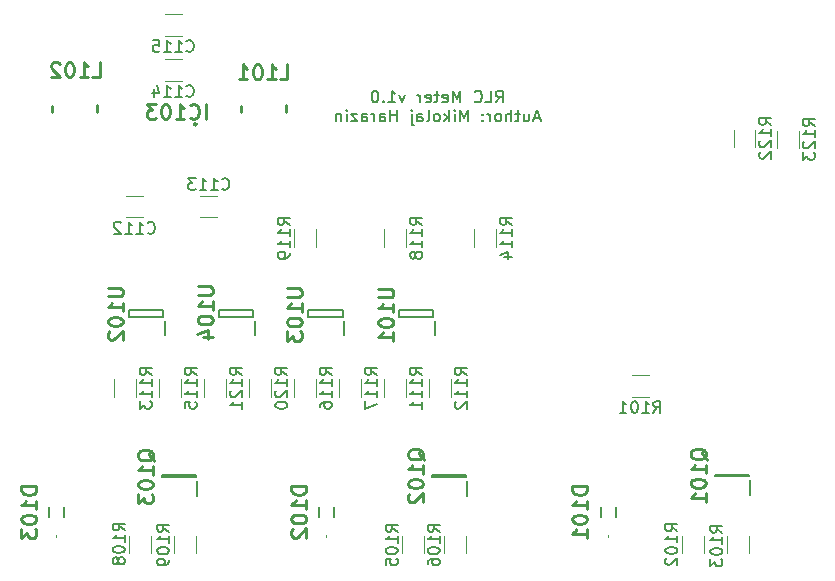
<source format=gbr>
%TF.GenerationSoftware,KiCad,Pcbnew,(6.0.7)*%
%TF.CreationDate,2023-04-05T20:56:44+02:00*%
%TF.ProjectId,rlc_meter,726c635f-6d65-4746-9572-2e6b69636164,rev?*%
%TF.SameCoordinates,Original*%
%TF.FileFunction,Legend,Bot*%
%TF.FilePolarity,Positive*%
%FSLAX46Y46*%
G04 Gerber Fmt 4.6, Leading zero omitted, Abs format (unit mm)*
G04 Created by KiCad (PCBNEW (6.0.7)) date 2023-04-05 20:56:44*
%MOMM*%
%LPD*%
G01*
G04 APERTURE LIST*
%ADD10C,0.150000*%
%ADD11C,0.254000*%
%ADD12C,0.250000*%
%ADD13C,0.200000*%
%ADD14C,0.100000*%
%ADD15C,0.120000*%
G04 APERTURE END LIST*
D10*
X143652380Y-100722380D02*
X143985714Y-100246190D01*
X144223809Y-100722380D02*
X144223809Y-99722380D01*
X143842857Y-99722380D01*
X143747619Y-99770000D01*
X143700000Y-99817619D01*
X143652380Y-99912857D01*
X143652380Y-100055714D01*
X143700000Y-100150952D01*
X143747619Y-100198571D01*
X143842857Y-100246190D01*
X144223809Y-100246190D01*
X142747619Y-100722380D02*
X143223809Y-100722380D01*
X143223809Y-99722380D01*
X141842857Y-100627142D02*
X141890476Y-100674761D01*
X142033333Y-100722380D01*
X142128571Y-100722380D01*
X142271428Y-100674761D01*
X142366666Y-100579523D01*
X142414285Y-100484285D01*
X142461904Y-100293809D01*
X142461904Y-100150952D01*
X142414285Y-99960476D01*
X142366666Y-99865238D01*
X142271428Y-99770000D01*
X142128571Y-99722380D01*
X142033333Y-99722380D01*
X141890476Y-99770000D01*
X141842857Y-99817619D01*
X140652380Y-100722380D02*
X140652380Y-99722380D01*
X140319047Y-100436666D01*
X139985714Y-99722380D01*
X139985714Y-100722380D01*
X139128571Y-100674761D02*
X139223809Y-100722380D01*
X139414285Y-100722380D01*
X139509523Y-100674761D01*
X139557142Y-100579523D01*
X139557142Y-100198571D01*
X139509523Y-100103333D01*
X139414285Y-100055714D01*
X139223809Y-100055714D01*
X139128571Y-100103333D01*
X139080952Y-100198571D01*
X139080952Y-100293809D01*
X139557142Y-100389047D01*
X138795238Y-100055714D02*
X138414285Y-100055714D01*
X138652380Y-99722380D02*
X138652380Y-100579523D01*
X138604761Y-100674761D01*
X138509523Y-100722380D01*
X138414285Y-100722380D01*
X137700000Y-100674761D02*
X137795238Y-100722380D01*
X137985714Y-100722380D01*
X138080952Y-100674761D01*
X138128571Y-100579523D01*
X138128571Y-100198571D01*
X138080952Y-100103333D01*
X137985714Y-100055714D01*
X137795238Y-100055714D01*
X137700000Y-100103333D01*
X137652380Y-100198571D01*
X137652380Y-100293809D01*
X138128571Y-100389047D01*
X137223809Y-100722380D02*
X137223809Y-100055714D01*
X137223809Y-100246190D02*
X137176190Y-100150952D01*
X137128571Y-100103333D01*
X137033333Y-100055714D01*
X136938095Y-100055714D01*
X135938095Y-100055714D02*
X135700000Y-100722380D01*
X135461904Y-100055714D01*
X134557142Y-100722380D02*
X135128571Y-100722380D01*
X134842857Y-100722380D02*
X134842857Y-99722380D01*
X134938095Y-99865238D01*
X135033333Y-99960476D01*
X135128571Y-100008095D01*
X134128571Y-100627142D02*
X134080952Y-100674761D01*
X134128571Y-100722380D01*
X134176190Y-100674761D01*
X134128571Y-100627142D01*
X134128571Y-100722380D01*
X133461904Y-99722380D02*
X133366666Y-99722380D01*
X133271428Y-99770000D01*
X133223809Y-99817619D01*
X133176190Y-99912857D01*
X133128571Y-100103333D01*
X133128571Y-100341428D01*
X133176190Y-100531904D01*
X133223809Y-100627142D01*
X133271428Y-100674761D01*
X133366666Y-100722380D01*
X133461904Y-100722380D01*
X133557142Y-100674761D01*
X133604761Y-100627142D01*
X133652380Y-100531904D01*
X133700000Y-100341428D01*
X133700000Y-100103333D01*
X133652380Y-99912857D01*
X133604761Y-99817619D01*
X133557142Y-99770000D01*
X133461904Y-99722380D01*
X147342857Y-102046666D02*
X146866666Y-102046666D01*
X147438095Y-102332380D02*
X147104761Y-101332380D01*
X146771428Y-102332380D01*
X146009523Y-101665714D02*
X146009523Y-102332380D01*
X146438095Y-101665714D02*
X146438095Y-102189523D01*
X146390476Y-102284761D01*
X146295238Y-102332380D01*
X146152380Y-102332380D01*
X146057142Y-102284761D01*
X146009523Y-102237142D01*
X145676190Y-101665714D02*
X145295238Y-101665714D01*
X145533333Y-101332380D02*
X145533333Y-102189523D01*
X145485714Y-102284761D01*
X145390476Y-102332380D01*
X145295238Y-102332380D01*
X144961904Y-102332380D02*
X144961904Y-101332380D01*
X144533333Y-102332380D02*
X144533333Y-101808571D01*
X144580952Y-101713333D01*
X144676190Y-101665714D01*
X144819047Y-101665714D01*
X144914285Y-101713333D01*
X144961904Y-101760952D01*
X143914285Y-102332380D02*
X144009523Y-102284761D01*
X144057142Y-102237142D01*
X144104761Y-102141904D01*
X144104761Y-101856190D01*
X144057142Y-101760952D01*
X144009523Y-101713333D01*
X143914285Y-101665714D01*
X143771428Y-101665714D01*
X143676190Y-101713333D01*
X143628571Y-101760952D01*
X143580952Y-101856190D01*
X143580952Y-102141904D01*
X143628571Y-102237142D01*
X143676190Y-102284761D01*
X143771428Y-102332380D01*
X143914285Y-102332380D01*
X143152380Y-102332380D02*
X143152380Y-101665714D01*
X143152380Y-101856190D02*
X143104761Y-101760952D01*
X143057142Y-101713333D01*
X142961904Y-101665714D01*
X142866666Y-101665714D01*
X142533333Y-102237142D02*
X142485714Y-102284761D01*
X142533333Y-102332380D01*
X142580952Y-102284761D01*
X142533333Y-102237142D01*
X142533333Y-102332380D01*
X142533333Y-101713333D02*
X142485714Y-101760952D01*
X142533333Y-101808571D01*
X142580952Y-101760952D01*
X142533333Y-101713333D01*
X142533333Y-101808571D01*
X141295238Y-102332380D02*
X141295238Y-101332380D01*
X140961904Y-102046666D01*
X140628571Y-101332380D01*
X140628571Y-102332380D01*
X140152380Y-102332380D02*
X140152380Y-101665714D01*
X140152380Y-101332380D02*
X140200000Y-101380000D01*
X140152380Y-101427619D01*
X140104761Y-101380000D01*
X140152380Y-101332380D01*
X140152380Y-101427619D01*
X139676190Y-102332380D02*
X139676190Y-101332380D01*
X139580952Y-101951428D02*
X139295238Y-102332380D01*
X139295238Y-101665714D02*
X139676190Y-102046666D01*
X138723809Y-102332380D02*
X138819047Y-102284761D01*
X138866666Y-102237142D01*
X138914285Y-102141904D01*
X138914285Y-101856190D01*
X138866666Y-101760952D01*
X138819047Y-101713333D01*
X138723809Y-101665714D01*
X138580952Y-101665714D01*
X138485714Y-101713333D01*
X138438095Y-101760952D01*
X138390476Y-101856190D01*
X138390476Y-102141904D01*
X138438095Y-102237142D01*
X138485714Y-102284761D01*
X138580952Y-102332380D01*
X138723809Y-102332380D01*
X137819047Y-102332380D02*
X137914285Y-102284761D01*
X137961904Y-102189523D01*
X137961904Y-101332380D01*
X137009523Y-102332380D02*
X137009523Y-101808571D01*
X137057142Y-101713333D01*
X137152380Y-101665714D01*
X137342857Y-101665714D01*
X137438095Y-101713333D01*
X137009523Y-102284761D02*
X137104761Y-102332380D01*
X137342857Y-102332380D01*
X137438095Y-102284761D01*
X137485714Y-102189523D01*
X137485714Y-102094285D01*
X137438095Y-101999047D01*
X137342857Y-101951428D01*
X137104761Y-101951428D01*
X137009523Y-101903809D01*
X136533333Y-101665714D02*
X136533333Y-102522857D01*
X136580952Y-102618095D01*
X136676190Y-102665714D01*
X136723809Y-102665714D01*
X136533333Y-101332380D02*
X136580952Y-101380000D01*
X136533333Y-101427619D01*
X136485714Y-101380000D01*
X136533333Y-101332380D01*
X136533333Y-101427619D01*
X135295238Y-102332380D02*
X135295238Y-101332380D01*
X135295238Y-101808571D02*
X134723809Y-101808571D01*
X134723809Y-102332380D02*
X134723809Y-101332380D01*
X133819047Y-102332380D02*
X133819047Y-101808571D01*
X133866666Y-101713333D01*
X133961904Y-101665714D01*
X134152380Y-101665714D01*
X134247619Y-101713333D01*
X133819047Y-102284761D02*
X133914285Y-102332380D01*
X134152380Y-102332380D01*
X134247619Y-102284761D01*
X134295238Y-102189523D01*
X134295238Y-102094285D01*
X134247619Y-101999047D01*
X134152380Y-101951428D01*
X133914285Y-101951428D01*
X133819047Y-101903809D01*
X133342857Y-102332380D02*
X133342857Y-101665714D01*
X133342857Y-101856190D02*
X133295238Y-101760952D01*
X133247619Y-101713333D01*
X133152380Y-101665714D01*
X133057142Y-101665714D01*
X132295238Y-102332380D02*
X132295238Y-101808571D01*
X132342857Y-101713333D01*
X132438095Y-101665714D01*
X132628571Y-101665714D01*
X132723809Y-101713333D01*
X132295238Y-102284761D02*
X132390476Y-102332380D01*
X132628571Y-102332380D01*
X132723809Y-102284761D01*
X132771428Y-102189523D01*
X132771428Y-102094285D01*
X132723809Y-101999047D01*
X132628571Y-101951428D01*
X132390476Y-101951428D01*
X132295238Y-101903809D01*
X131914285Y-101665714D02*
X131390476Y-101665714D01*
X131914285Y-102332380D01*
X131390476Y-102332380D01*
X131009523Y-102332380D02*
X131009523Y-101665714D01*
X131009523Y-101332380D02*
X131057142Y-101380000D01*
X131009523Y-101427619D01*
X130961904Y-101380000D01*
X131009523Y-101332380D01*
X131009523Y-101427619D01*
X130533333Y-101665714D02*
X130533333Y-102332380D01*
X130533333Y-101760952D02*
X130485714Y-101713333D01*
X130390476Y-101665714D01*
X130247619Y-101665714D01*
X130152380Y-101713333D01*
X130104761Y-101808571D01*
X130104761Y-102332380D01*
D11*
%TO.C,IC103*%
X119074285Y-102124523D02*
X119074285Y-100854523D01*
X117743809Y-102003571D02*
X117804285Y-102064047D01*
X117985714Y-102124523D01*
X118106666Y-102124523D01*
X118288095Y-102064047D01*
X118409047Y-101943095D01*
X118469523Y-101822142D01*
X118530000Y-101580238D01*
X118530000Y-101398809D01*
X118469523Y-101156904D01*
X118409047Y-101035952D01*
X118288095Y-100915000D01*
X118106666Y-100854523D01*
X117985714Y-100854523D01*
X117804285Y-100915000D01*
X117743809Y-100975476D01*
X116534285Y-102124523D02*
X117260000Y-102124523D01*
X116897142Y-102124523D02*
X116897142Y-100854523D01*
X117018095Y-101035952D01*
X117139047Y-101156904D01*
X117260000Y-101217380D01*
X115748095Y-100854523D02*
X115627142Y-100854523D01*
X115506190Y-100915000D01*
X115445714Y-100975476D01*
X115385238Y-101096428D01*
X115324761Y-101338333D01*
X115324761Y-101640714D01*
X115385238Y-101882619D01*
X115445714Y-102003571D01*
X115506190Y-102064047D01*
X115627142Y-102124523D01*
X115748095Y-102124523D01*
X115869047Y-102064047D01*
X115929523Y-102003571D01*
X115990000Y-101882619D01*
X116050476Y-101640714D01*
X116050476Y-101338333D01*
X115990000Y-101096428D01*
X115929523Y-100975476D01*
X115869047Y-100915000D01*
X115748095Y-100854523D01*
X114901428Y-100854523D02*
X114115238Y-100854523D01*
X114538571Y-101338333D01*
X114357142Y-101338333D01*
X114236190Y-101398809D01*
X114175714Y-101459285D01*
X114115238Y-101580238D01*
X114115238Y-101882619D01*
X114175714Y-102003571D01*
X114236190Y-102064047D01*
X114357142Y-102124523D01*
X114720000Y-102124523D01*
X114840952Y-102064047D01*
X114901428Y-102003571D01*
%TO.C,D103*%
X104749523Y-133228095D02*
X103479523Y-133228095D01*
X103479523Y-133530476D01*
X103540000Y-133711904D01*
X103660952Y-133832857D01*
X103781904Y-133893333D01*
X104023809Y-133953809D01*
X104205238Y-133953809D01*
X104447142Y-133893333D01*
X104568095Y-133832857D01*
X104689047Y-133711904D01*
X104749523Y-133530476D01*
X104749523Y-133228095D01*
X104749523Y-135163333D02*
X104749523Y-134437619D01*
X104749523Y-134800476D02*
X103479523Y-134800476D01*
X103660952Y-134679523D01*
X103781904Y-134558571D01*
X103842380Y-134437619D01*
X103479523Y-135949523D02*
X103479523Y-136070476D01*
X103540000Y-136191428D01*
X103600476Y-136251904D01*
X103721428Y-136312380D01*
X103963333Y-136372857D01*
X104265714Y-136372857D01*
X104507619Y-136312380D01*
X104628571Y-136251904D01*
X104689047Y-136191428D01*
X104749523Y-136070476D01*
X104749523Y-135949523D01*
X104689047Y-135828571D01*
X104628571Y-135768095D01*
X104507619Y-135707619D01*
X104265714Y-135647142D01*
X103963333Y-135647142D01*
X103721428Y-135707619D01*
X103600476Y-135768095D01*
X103540000Y-135828571D01*
X103479523Y-135949523D01*
X103479523Y-136796190D02*
X103479523Y-137582380D01*
X103963333Y-137159047D01*
X103963333Y-137340476D01*
X104023809Y-137461428D01*
X104084285Y-137521904D01*
X104205238Y-137582380D01*
X104507619Y-137582380D01*
X104628571Y-137521904D01*
X104689047Y-137461428D01*
X104749523Y-137340476D01*
X104749523Y-136977619D01*
X104689047Y-136856666D01*
X104628571Y-136796190D01*
%TO.C,D102*%
X127599523Y-133203095D02*
X126329523Y-133203095D01*
X126329523Y-133505476D01*
X126390000Y-133686904D01*
X126510952Y-133807857D01*
X126631904Y-133868333D01*
X126873809Y-133928809D01*
X127055238Y-133928809D01*
X127297142Y-133868333D01*
X127418095Y-133807857D01*
X127539047Y-133686904D01*
X127599523Y-133505476D01*
X127599523Y-133203095D01*
X127599523Y-135138333D02*
X127599523Y-134412619D01*
X127599523Y-134775476D02*
X126329523Y-134775476D01*
X126510952Y-134654523D01*
X126631904Y-134533571D01*
X126692380Y-134412619D01*
X126329523Y-135924523D02*
X126329523Y-136045476D01*
X126390000Y-136166428D01*
X126450476Y-136226904D01*
X126571428Y-136287380D01*
X126813333Y-136347857D01*
X127115714Y-136347857D01*
X127357619Y-136287380D01*
X127478571Y-136226904D01*
X127539047Y-136166428D01*
X127599523Y-136045476D01*
X127599523Y-135924523D01*
X127539047Y-135803571D01*
X127478571Y-135743095D01*
X127357619Y-135682619D01*
X127115714Y-135622142D01*
X126813333Y-135622142D01*
X126571428Y-135682619D01*
X126450476Y-135743095D01*
X126390000Y-135803571D01*
X126329523Y-135924523D01*
X126450476Y-136831666D02*
X126390000Y-136892142D01*
X126329523Y-137013095D01*
X126329523Y-137315476D01*
X126390000Y-137436428D01*
X126450476Y-137496904D01*
X126571428Y-137557380D01*
X126692380Y-137557380D01*
X126873809Y-137496904D01*
X127599523Y-136771190D01*
X127599523Y-137557380D01*
%TO.C,D101*%
X151374523Y-133235095D02*
X150104523Y-133235095D01*
X150104523Y-133537476D01*
X150165000Y-133718904D01*
X150285952Y-133839857D01*
X150406904Y-133900333D01*
X150648809Y-133960809D01*
X150830238Y-133960809D01*
X151072142Y-133900333D01*
X151193095Y-133839857D01*
X151314047Y-133718904D01*
X151374523Y-133537476D01*
X151374523Y-133235095D01*
X151374523Y-135170333D02*
X151374523Y-134444619D01*
X151374523Y-134807476D02*
X150104523Y-134807476D01*
X150285952Y-134686523D01*
X150406904Y-134565571D01*
X150467380Y-134444619D01*
X150104523Y-135956523D02*
X150104523Y-136077476D01*
X150165000Y-136198428D01*
X150225476Y-136258904D01*
X150346428Y-136319380D01*
X150588333Y-136379857D01*
X150890714Y-136379857D01*
X151132619Y-136319380D01*
X151253571Y-136258904D01*
X151314047Y-136198428D01*
X151374523Y-136077476D01*
X151374523Y-135956523D01*
X151314047Y-135835571D01*
X151253571Y-135775095D01*
X151132619Y-135714619D01*
X150890714Y-135654142D01*
X150588333Y-135654142D01*
X150346428Y-135714619D01*
X150225476Y-135775095D01*
X150165000Y-135835571D01*
X150104523Y-135956523D01*
X151374523Y-137589380D02*
X151374523Y-136863666D01*
X151374523Y-137226523D02*
X150104523Y-137226523D01*
X150285952Y-137105571D01*
X150406904Y-136984619D01*
X150467380Y-136863666D01*
D10*
%TO.C,R120*%
X125973880Y-123783952D02*
X125497690Y-123450619D01*
X125973880Y-123212523D02*
X124973880Y-123212523D01*
X124973880Y-123593476D01*
X125021500Y-123688714D01*
X125069119Y-123736333D01*
X125164357Y-123783952D01*
X125307214Y-123783952D01*
X125402452Y-123736333D01*
X125450071Y-123688714D01*
X125497690Y-123593476D01*
X125497690Y-123212523D01*
X125973880Y-124736333D02*
X125973880Y-124164904D01*
X125973880Y-124450619D02*
X124973880Y-124450619D01*
X125116738Y-124355380D01*
X125211976Y-124260142D01*
X125259595Y-124164904D01*
X125069119Y-125117285D02*
X125021500Y-125164904D01*
X124973880Y-125260142D01*
X124973880Y-125498238D01*
X125021500Y-125593476D01*
X125069119Y-125641095D01*
X125164357Y-125688714D01*
X125259595Y-125688714D01*
X125402452Y-125641095D01*
X125973880Y-125069666D01*
X125973880Y-125688714D01*
X124973880Y-126307761D02*
X124973880Y-126403000D01*
X125021500Y-126498238D01*
X125069119Y-126545857D01*
X125164357Y-126593476D01*
X125354833Y-126641095D01*
X125592928Y-126641095D01*
X125783404Y-126593476D01*
X125878642Y-126545857D01*
X125926261Y-126498238D01*
X125973880Y-126403000D01*
X125973880Y-126307761D01*
X125926261Y-126212523D01*
X125878642Y-126164904D01*
X125783404Y-126117285D01*
X125592928Y-126069666D01*
X125354833Y-126069666D01*
X125164357Y-126117285D01*
X125069119Y-126164904D01*
X125021500Y-126212523D01*
X124973880Y-126307761D01*
%TO.C,R102*%
X159009380Y-137022952D02*
X158533190Y-136689619D01*
X159009380Y-136451523D02*
X158009380Y-136451523D01*
X158009380Y-136832476D01*
X158057000Y-136927714D01*
X158104619Y-136975333D01*
X158199857Y-137022952D01*
X158342714Y-137022952D01*
X158437952Y-136975333D01*
X158485571Y-136927714D01*
X158533190Y-136832476D01*
X158533190Y-136451523D01*
X159009380Y-137975333D02*
X159009380Y-137403904D01*
X159009380Y-137689619D02*
X158009380Y-137689619D01*
X158152238Y-137594380D01*
X158247476Y-137499142D01*
X158295095Y-137403904D01*
X158009380Y-138594380D02*
X158009380Y-138689619D01*
X158057000Y-138784857D01*
X158104619Y-138832476D01*
X158199857Y-138880095D01*
X158390333Y-138927714D01*
X158628428Y-138927714D01*
X158818904Y-138880095D01*
X158914142Y-138832476D01*
X158961761Y-138784857D01*
X159009380Y-138689619D01*
X159009380Y-138594380D01*
X158961761Y-138499142D01*
X158914142Y-138451523D01*
X158818904Y-138403904D01*
X158628428Y-138356285D01*
X158390333Y-138356285D01*
X158199857Y-138403904D01*
X158104619Y-138451523D01*
X158057000Y-138499142D01*
X158009380Y-138594380D01*
X158104619Y-139308666D02*
X158057000Y-139356285D01*
X158009380Y-139451523D01*
X158009380Y-139689619D01*
X158057000Y-139784857D01*
X158104619Y-139832476D01*
X158199857Y-139880095D01*
X158295095Y-139880095D01*
X158437952Y-139832476D01*
X159009380Y-139261047D01*
X159009380Y-139880095D01*
%TO.C,R117*%
X133593880Y-123783952D02*
X133117690Y-123450619D01*
X133593880Y-123212523D02*
X132593880Y-123212523D01*
X132593880Y-123593476D01*
X132641500Y-123688714D01*
X132689119Y-123736333D01*
X132784357Y-123783952D01*
X132927214Y-123783952D01*
X133022452Y-123736333D01*
X133070071Y-123688714D01*
X133117690Y-123593476D01*
X133117690Y-123212523D01*
X133593880Y-124736333D02*
X133593880Y-124164904D01*
X133593880Y-124450619D02*
X132593880Y-124450619D01*
X132736738Y-124355380D01*
X132831976Y-124260142D01*
X132879595Y-124164904D01*
X133593880Y-125688714D02*
X133593880Y-125117285D01*
X133593880Y-125403000D02*
X132593880Y-125403000D01*
X132736738Y-125307761D01*
X132831976Y-125212523D01*
X132879595Y-125117285D01*
X132593880Y-126022047D02*
X132593880Y-126688714D01*
X133593880Y-126260142D01*
%TO.C,C113*%
X120469047Y-108032142D02*
X120516666Y-108079761D01*
X120659523Y-108127380D01*
X120754761Y-108127380D01*
X120897619Y-108079761D01*
X120992857Y-107984523D01*
X121040476Y-107889285D01*
X121088095Y-107698809D01*
X121088095Y-107555952D01*
X121040476Y-107365476D01*
X120992857Y-107270238D01*
X120897619Y-107175000D01*
X120754761Y-107127380D01*
X120659523Y-107127380D01*
X120516666Y-107175000D01*
X120469047Y-107222619D01*
X119516666Y-108127380D02*
X120088095Y-108127380D01*
X119802380Y-108127380D02*
X119802380Y-107127380D01*
X119897619Y-107270238D01*
X119992857Y-107365476D01*
X120088095Y-107413095D01*
X118564285Y-108127380D02*
X119135714Y-108127380D01*
X118850000Y-108127380D02*
X118850000Y-107127380D01*
X118945238Y-107270238D01*
X119040476Y-107365476D01*
X119135714Y-107413095D01*
X118230952Y-107127380D02*
X117611904Y-107127380D01*
X117945238Y-107508333D01*
X117802380Y-107508333D01*
X117707142Y-107555952D01*
X117659523Y-107603571D01*
X117611904Y-107698809D01*
X117611904Y-107936904D01*
X117659523Y-108032142D01*
X117707142Y-108079761D01*
X117802380Y-108127380D01*
X118088095Y-108127380D01*
X118183333Y-108079761D01*
X118230952Y-108032142D01*
%TO.C,C114*%
X117451047Y-100164142D02*
X117498666Y-100211761D01*
X117641523Y-100259380D01*
X117736761Y-100259380D01*
X117879619Y-100211761D01*
X117974857Y-100116523D01*
X118022476Y-100021285D01*
X118070095Y-99830809D01*
X118070095Y-99687952D01*
X118022476Y-99497476D01*
X117974857Y-99402238D01*
X117879619Y-99307000D01*
X117736761Y-99259380D01*
X117641523Y-99259380D01*
X117498666Y-99307000D01*
X117451047Y-99354619D01*
X116498666Y-100259380D02*
X117070095Y-100259380D01*
X116784380Y-100259380D02*
X116784380Y-99259380D01*
X116879619Y-99402238D01*
X116974857Y-99497476D01*
X117070095Y-99545095D01*
X115546285Y-100259380D02*
X116117714Y-100259380D01*
X115832000Y-100259380D02*
X115832000Y-99259380D01*
X115927238Y-99402238D01*
X116022476Y-99497476D01*
X116117714Y-99545095D01*
X114689142Y-99592714D02*
X114689142Y-100259380D01*
X114927238Y-99211761D02*
X115165333Y-99926047D01*
X114546285Y-99926047D01*
%TO.C,R103*%
X162819380Y-137132952D02*
X162343190Y-136799619D01*
X162819380Y-136561523D02*
X161819380Y-136561523D01*
X161819380Y-136942476D01*
X161867000Y-137037714D01*
X161914619Y-137085333D01*
X162009857Y-137132952D01*
X162152714Y-137132952D01*
X162247952Y-137085333D01*
X162295571Y-137037714D01*
X162343190Y-136942476D01*
X162343190Y-136561523D01*
X162819380Y-138085333D02*
X162819380Y-137513904D01*
X162819380Y-137799619D02*
X161819380Y-137799619D01*
X161962238Y-137704380D01*
X162057476Y-137609142D01*
X162105095Y-137513904D01*
X161819380Y-138704380D02*
X161819380Y-138799619D01*
X161867000Y-138894857D01*
X161914619Y-138942476D01*
X162009857Y-138990095D01*
X162200333Y-139037714D01*
X162438428Y-139037714D01*
X162628904Y-138990095D01*
X162724142Y-138942476D01*
X162771761Y-138894857D01*
X162819380Y-138799619D01*
X162819380Y-138704380D01*
X162771761Y-138609142D01*
X162724142Y-138561523D01*
X162628904Y-138513904D01*
X162438428Y-138466285D01*
X162200333Y-138466285D01*
X162009857Y-138513904D01*
X161914619Y-138561523D01*
X161867000Y-138609142D01*
X161819380Y-138704380D01*
X161819380Y-139371047D02*
X161819380Y-139990095D01*
X162200333Y-139656761D01*
X162200333Y-139799619D01*
X162247952Y-139894857D01*
X162295571Y-139942476D01*
X162390809Y-139990095D01*
X162628904Y-139990095D01*
X162724142Y-139942476D01*
X162771761Y-139894857D01*
X162819380Y-139799619D01*
X162819380Y-139513904D01*
X162771761Y-139418666D01*
X162724142Y-139371047D01*
%TO.C,R111*%
X137361880Y-123783952D02*
X136885690Y-123450619D01*
X137361880Y-123212523D02*
X136361880Y-123212523D01*
X136361880Y-123593476D01*
X136409500Y-123688714D01*
X136457119Y-123736333D01*
X136552357Y-123783952D01*
X136695214Y-123783952D01*
X136790452Y-123736333D01*
X136838071Y-123688714D01*
X136885690Y-123593476D01*
X136885690Y-123212523D01*
X137361880Y-124736333D02*
X137361880Y-124164904D01*
X137361880Y-124450619D02*
X136361880Y-124450619D01*
X136504738Y-124355380D01*
X136599976Y-124260142D01*
X136647595Y-124164904D01*
X137361880Y-125688714D02*
X137361880Y-125117285D01*
X137361880Y-125403000D02*
X136361880Y-125403000D01*
X136504738Y-125307761D01*
X136599976Y-125212523D01*
X136647595Y-125117285D01*
X137361880Y-126641095D02*
X137361880Y-126069666D01*
X137361880Y-126355380D02*
X136361880Y-126355380D01*
X136504738Y-126260142D01*
X136599976Y-126164904D01*
X136647595Y-126069666D01*
%TO.C,C115*%
X117451047Y-96354142D02*
X117498666Y-96401761D01*
X117641523Y-96449380D01*
X117736761Y-96449380D01*
X117879619Y-96401761D01*
X117974857Y-96306523D01*
X118022476Y-96211285D01*
X118070095Y-96020809D01*
X118070095Y-95877952D01*
X118022476Y-95687476D01*
X117974857Y-95592238D01*
X117879619Y-95497000D01*
X117736761Y-95449380D01*
X117641523Y-95449380D01*
X117498666Y-95497000D01*
X117451047Y-95544619D01*
X116498666Y-96449380D02*
X117070095Y-96449380D01*
X116784380Y-96449380D02*
X116784380Y-95449380D01*
X116879619Y-95592238D01*
X116974857Y-95687476D01*
X117070095Y-95735095D01*
X115546285Y-96449380D02*
X116117714Y-96449380D01*
X115832000Y-96449380D02*
X115832000Y-95449380D01*
X115927238Y-95592238D01*
X116022476Y-95687476D01*
X116117714Y-95735095D01*
X114641523Y-95449380D02*
X115117714Y-95449380D01*
X115165333Y-95925571D01*
X115117714Y-95877952D01*
X115022476Y-95830333D01*
X114784380Y-95830333D01*
X114689142Y-95877952D01*
X114641523Y-95925571D01*
X114593904Y-96020809D01*
X114593904Y-96258904D01*
X114641523Y-96354142D01*
X114689142Y-96401761D01*
X114784380Y-96449380D01*
X115022476Y-96449380D01*
X115117714Y-96401761D01*
X115165333Y-96354142D01*
D11*
%TO.C,Q101*%
X161538476Y-130969523D02*
X161478000Y-130848571D01*
X161357047Y-130727619D01*
X161175619Y-130546190D01*
X161115142Y-130425238D01*
X161115142Y-130304285D01*
X161417523Y-130364761D02*
X161357047Y-130243809D01*
X161236095Y-130122857D01*
X160994190Y-130062380D01*
X160570857Y-130062380D01*
X160328952Y-130122857D01*
X160208000Y-130243809D01*
X160147523Y-130364761D01*
X160147523Y-130606666D01*
X160208000Y-130727619D01*
X160328952Y-130848571D01*
X160570857Y-130909047D01*
X160994190Y-130909047D01*
X161236095Y-130848571D01*
X161357047Y-130727619D01*
X161417523Y-130606666D01*
X161417523Y-130364761D01*
X161417523Y-132118571D02*
X161417523Y-131392857D01*
X161417523Y-131755714D02*
X160147523Y-131755714D01*
X160328952Y-131634761D01*
X160449904Y-131513809D01*
X160510380Y-131392857D01*
X160147523Y-132904761D02*
X160147523Y-133025714D01*
X160208000Y-133146666D01*
X160268476Y-133207142D01*
X160389428Y-133267619D01*
X160631333Y-133328095D01*
X160933714Y-133328095D01*
X161175619Y-133267619D01*
X161296571Y-133207142D01*
X161357047Y-133146666D01*
X161417523Y-133025714D01*
X161417523Y-132904761D01*
X161357047Y-132783809D01*
X161296571Y-132723333D01*
X161175619Y-132662857D01*
X160933714Y-132602380D01*
X160631333Y-132602380D01*
X160389428Y-132662857D01*
X160268476Y-132723333D01*
X160208000Y-132783809D01*
X160147523Y-132904761D01*
X161417523Y-134537619D02*
X161417523Y-133811904D01*
X161417523Y-134174761D02*
X160147523Y-134174761D01*
X160328952Y-134053809D01*
X160449904Y-133932857D01*
X160510380Y-133811904D01*
D10*
%TO.C,R118*%
X137403880Y-111083952D02*
X136927690Y-110750619D01*
X137403880Y-110512523D02*
X136403880Y-110512523D01*
X136403880Y-110893476D01*
X136451500Y-110988714D01*
X136499119Y-111036333D01*
X136594357Y-111083952D01*
X136737214Y-111083952D01*
X136832452Y-111036333D01*
X136880071Y-110988714D01*
X136927690Y-110893476D01*
X136927690Y-110512523D01*
X137403880Y-112036333D02*
X137403880Y-111464904D01*
X137403880Y-111750619D02*
X136403880Y-111750619D01*
X136546738Y-111655380D01*
X136641976Y-111560142D01*
X136689595Y-111464904D01*
X137403880Y-112988714D02*
X137403880Y-112417285D01*
X137403880Y-112703000D02*
X136403880Y-112703000D01*
X136546738Y-112607761D01*
X136641976Y-112512523D01*
X136689595Y-112417285D01*
X136832452Y-113560142D02*
X136784833Y-113464904D01*
X136737214Y-113417285D01*
X136641976Y-113369666D01*
X136594357Y-113369666D01*
X136499119Y-113417285D01*
X136451500Y-113464904D01*
X136403880Y-113560142D01*
X136403880Y-113750619D01*
X136451500Y-113845857D01*
X136499119Y-113893476D01*
X136594357Y-113941095D01*
X136641976Y-113941095D01*
X136737214Y-113893476D01*
X136784833Y-113845857D01*
X136832452Y-113750619D01*
X136832452Y-113560142D01*
X136880071Y-113464904D01*
X136927690Y-113417285D01*
X137022928Y-113369666D01*
X137213404Y-113369666D01*
X137308642Y-113417285D01*
X137356261Y-113464904D01*
X137403880Y-113560142D01*
X137403880Y-113750619D01*
X137356261Y-113845857D01*
X137308642Y-113893476D01*
X137213404Y-113941095D01*
X137022928Y-113941095D01*
X136927690Y-113893476D01*
X136880071Y-113845857D01*
X136832452Y-113750619D01*
%TO.C,R114*%
X145023880Y-111083952D02*
X144547690Y-110750619D01*
X145023880Y-110512523D02*
X144023880Y-110512523D01*
X144023880Y-110893476D01*
X144071500Y-110988714D01*
X144119119Y-111036333D01*
X144214357Y-111083952D01*
X144357214Y-111083952D01*
X144452452Y-111036333D01*
X144500071Y-110988714D01*
X144547690Y-110893476D01*
X144547690Y-110512523D01*
X145023880Y-112036333D02*
X145023880Y-111464904D01*
X145023880Y-111750619D02*
X144023880Y-111750619D01*
X144166738Y-111655380D01*
X144261976Y-111560142D01*
X144309595Y-111464904D01*
X145023880Y-112988714D02*
X145023880Y-112417285D01*
X145023880Y-112703000D02*
X144023880Y-112703000D01*
X144166738Y-112607761D01*
X144261976Y-112512523D01*
X144309595Y-112417285D01*
X144357214Y-113845857D02*
X145023880Y-113845857D01*
X143976261Y-113607761D02*
X144690547Y-113369666D01*
X144690547Y-113988714D01*
%TO.C,R106*%
X138882380Y-137056952D02*
X138406190Y-136723619D01*
X138882380Y-136485523D02*
X137882380Y-136485523D01*
X137882380Y-136866476D01*
X137930000Y-136961714D01*
X137977619Y-137009333D01*
X138072857Y-137056952D01*
X138215714Y-137056952D01*
X138310952Y-137009333D01*
X138358571Y-136961714D01*
X138406190Y-136866476D01*
X138406190Y-136485523D01*
X138882380Y-138009333D02*
X138882380Y-137437904D01*
X138882380Y-137723619D02*
X137882380Y-137723619D01*
X138025238Y-137628380D01*
X138120476Y-137533142D01*
X138168095Y-137437904D01*
X137882380Y-138628380D02*
X137882380Y-138723619D01*
X137930000Y-138818857D01*
X137977619Y-138866476D01*
X138072857Y-138914095D01*
X138263333Y-138961714D01*
X138501428Y-138961714D01*
X138691904Y-138914095D01*
X138787142Y-138866476D01*
X138834761Y-138818857D01*
X138882380Y-138723619D01*
X138882380Y-138628380D01*
X138834761Y-138533142D01*
X138787142Y-138485523D01*
X138691904Y-138437904D01*
X138501428Y-138390285D01*
X138263333Y-138390285D01*
X138072857Y-138437904D01*
X137977619Y-138485523D01*
X137930000Y-138533142D01*
X137882380Y-138628380D01*
X137882380Y-139818857D02*
X137882380Y-139628380D01*
X137930000Y-139533142D01*
X137977619Y-139485523D01*
X138120476Y-139390285D01*
X138310952Y-139342666D01*
X138691904Y-139342666D01*
X138787142Y-139390285D01*
X138834761Y-139437904D01*
X138882380Y-139533142D01*
X138882380Y-139723619D01*
X138834761Y-139818857D01*
X138787142Y-139866476D01*
X138691904Y-139914095D01*
X138453809Y-139914095D01*
X138358571Y-139866476D01*
X138310952Y-139818857D01*
X138263333Y-139723619D01*
X138263333Y-139533142D01*
X138310952Y-139437904D01*
X138358571Y-139390285D01*
X138453809Y-139342666D01*
%TO.C,R123*%
X170647380Y-102705952D02*
X170171190Y-102372619D01*
X170647380Y-102134523D02*
X169647380Y-102134523D01*
X169647380Y-102515476D01*
X169695000Y-102610714D01*
X169742619Y-102658333D01*
X169837857Y-102705952D01*
X169980714Y-102705952D01*
X170075952Y-102658333D01*
X170123571Y-102610714D01*
X170171190Y-102515476D01*
X170171190Y-102134523D01*
X170647380Y-103658333D02*
X170647380Y-103086904D01*
X170647380Y-103372619D02*
X169647380Y-103372619D01*
X169790238Y-103277380D01*
X169885476Y-103182142D01*
X169933095Y-103086904D01*
X169742619Y-104039285D02*
X169695000Y-104086904D01*
X169647380Y-104182142D01*
X169647380Y-104420238D01*
X169695000Y-104515476D01*
X169742619Y-104563095D01*
X169837857Y-104610714D01*
X169933095Y-104610714D01*
X170075952Y-104563095D01*
X170647380Y-103991666D01*
X170647380Y-104610714D01*
X169647380Y-104944047D02*
X169647380Y-105563095D01*
X170028333Y-105229761D01*
X170028333Y-105372619D01*
X170075952Y-105467857D01*
X170123571Y-105515476D01*
X170218809Y-105563095D01*
X170456904Y-105563095D01*
X170552142Y-105515476D01*
X170599761Y-105467857D01*
X170647380Y-105372619D01*
X170647380Y-105086904D01*
X170599761Y-104991666D01*
X170552142Y-104944047D01*
%TO.C,R108*%
X112227380Y-136955952D02*
X111751190Y-136622619D01*
X112227380Y-136384523D02*
X111227380Y-136384523D01*
X111227380Y-136765476D01*
X111275000Y-136860714D01*
X111322619Y-136908333D01*
X111417857Y-136955952D01*
X111560714Y-136955952D01*
X111655952Y-136908333D01*
X111703571Y-136860714D01*
X111751190Y-136765476D01*
X111751190Y-136384523D01*
X112227380Y-137908333D02*
X112227380Y-137336904D01*
X112227380Y-137622619D02*
X111227380Y-137622619D01*
X111370238Y-137527380D01*
X111465476Y-137432142D01*
X111513095Y-137336904D01*
X111227380Y-138527380D02*
X111227380Y-138622619D01*
X111275000Y-138717857D01*
X111322619Y-138765476D01*
X111417857Y-138813095D01*
X111608333Y-138860714D01*
X111846428Y-138860714D01*
X112036904Y-138813095D01*
X112132142Y-138765476D01*
X112179761Y-138717857D01*
X112227380Y-138622619D01*
X112227380Y-138527380D01*
X112179761Y-138432142D01*
X112132142Y-138384523D01*
X112036904Y-138336904D01*
X111846428Y-138289285D01*
X111608333Y-138289285D01*
X111417857Y-138336904D01*
X111322619Y-138384523D01*
X111275000Y-138432142D01*
X111227380Y-138527380D01*
X111655952Y-139432142D02*
X111608333Y-139336904D01*
X111560714Y-139289285D01*
X111465476Y-139241666D01*
X111417857Y-139241666D01*
X111322619Y-139289285D01*
X111275000Y-139336904D01*
X111227380Y-139432142D01*
X111227380Y-139622619D01*
X111275000Y-139717857D01*
X111322619Y-139765476D01*
X111417857Y-139813095D01*
X111465476Y-139813095D01*
X111560714Y-139765476D01*
X111608333Y-139717857D01*
X111655952Y-139622619D01*
X111655952Y-139432142D01*
X111703571Y-139336904D01*
X111751190Y-139289285D01*
X111846428Y-139241666D01*
X112036904Y-139241666D01*
X112132142Y-139289285D01*
X112179761Y-139336904D01*
X112227380Y-139432142D01*
X112227380Y-139622619D01*
X112179761Y-139717857D01*
X112132142Y-139765476D01*
X112036904Y-139813095D01*
X111846428Y-139813095D01*
X111751190Y-139765476D01*
X111703571Y-139717857D01*
X111655952Y-139622619D01*
%TO.C,R101*%
X156994047Y-126997380D02*
X157327380Y-126521190D01*
X157565476Y-126997380D02*
X157565476Y-125997380D01*
X157184523Y-125997380D01*
X157089285Y-126045000D01*
X157041666Y-126092619D01*
X156994047Y-126187857D01*
X156994047Y-126330714D01*
X157041666Y-126425952D01*
X157089285Y-126473571D01*
X157184523Y-126521190D01*
X157565476Y-126521190D01*
X156041666Y-126997380D02*
X156613095Y-126997380D01*
X156327380Y-126997380D02*
X156327380Y-125997380D01*
X156422619Y-126140238D01*
X156517857Y-126235476D01*
X156613095Y-126283095D01*
X155422619Y-125997380D02*
X155327380Y-125997380D01*
X155232142Y-126045000D01*
X155184523Y-126092619D01*
X155136904Y-126187857D01*
X155089285Y-126378333D01*
X155089285Y-126616428D01*
X155136904Y-126806904D01*
X155184523Y-126902142D01*
X155232142Y-126949761D01*
X155327380Y-126997380D01*
X155422619Y-126997380D01*
X155517857Y-126949761D01*
X155565476Y-126902142D01*
X155613095Y-126806904D01*
X155660714Y-126616428D01*
X155660714Y-126378333D01*
X155613095Y-126187857D01*
X155565476Y-126092619D01*
X155517857Y-126045000D01*
X155422619Y-125997380D01*
X154136904Y-126997380D02*
X154708333Y-126997380D01*
X154422619Y-126997380D02*
X154422619Y-125997380D01*
X154517857Y-126140238D01*
X154613095Y-126235476D01*
X154708333Y-126283095D01*
%TO.C,R121*%
X122163880Y-123783952D02*
X121687690Y-123450619D01*
X122163880Y-123212523D02*
X121163880Y-123212523D01*
X121163880Y-123593476D01*
X121211500Y-123688714D01*
X121259119Y-123736333D01*
X121354357Y-123783952D01*
X121497214Y-123783952D01*
X121592452Y-123736333D01*
X121640071Y-123688714D01*
X121687690Y-123593476D01*
X121687690Y-123212523D01*
X122163880Y-124736333D02*
X122163880Y-124164904D01*
X122163880Y-124450619D02*
X121163880Y-124450619D01*
X121306738Y-124355380D01*
X121401976Y-124260142D01*
X121449595Y-124164904D01*
X121259119Y-125117285D02*
X121211500Y-125164904D01*
X121163880Y-125260142D01*
X121163880Y-125498238D01*
X121211500Y-125593476D01*
X121259119Y-125641095D01*
X121354357Y-125688714D01*
X121449595Y-125688714D01*
X121592452Y-125641095D01*
X122163880Y-125069666D01*
X122163880Y-125688714D01*
X122163880Y-126641095D02*
X122163880Y-126069666D01*
X122163880Y-126355380D02*
X121163880Y-126355380D01*
X121306738Y-126260142D01*
X121401976Y-126164904D01*
X121449595Y-126069666D01*
%TO.C,R109*%
X115980380Y-137056952D02*
X115504190Y-136723619D01*
X115980380Y-136485523D02*
X114980380Y-136485523D01*
X114980380Y-136866476D01*
X115028000Y-136961714D01*
X115075619Y-137009333D01*
X115170857Y-137056952D01*
X115313714Y-137056952D01*
X115408952Y-137009333D01*
X115456571Y-136961714D01*
X115504190Y-136866476D01*
X115504190Y-136485523D01*
X115980380Y-138009333D02*
X115980380Y-137437904D01*
X115980380Y-137723619D02*
X114980380Y-137723619D01*
X115123238Y-137628380D01*
X115218476Y-137533142D01*
X115266095Y-137437904D01*
X114980380Y-138628380D02*
X114980380Y-138723619D01*
X115028000Y-138818857D01*
X115075619Y-138866476D01*
X115170857Y-138914095D01*
X115361333Y-138961714D01*
X115599428Y-138961714D01*
X115789904Y-138914095D01*
X115885142Y-138866476D01*
X115932761Y-138818857D01*
X115980380Y-138723619D01*
X115980380Y-138628380D01*
X115932761Y-138533142D01*
X115885142Y-138485523D01*
X115789904Y-138437904D01*
X115599428Y-138390285D01*
X115361333Y-138390285D01*
X115170857Y-138437904D01*
X115075619Y-138485523D01*
X115028000Y-138533142D01*
X114980380Y-138628380D01*
X115980380Y-139437904D02*
X115980380Y-139628380D01*
X115932761Y-139723619D01*
X115885142Y-139771238D01*
X115742285Y-139866476D01*
X115551809Y-139914095D01*
X115170857Y-139914095D01*
X115075619Y-139866476D01*
X115028000Y-139818857D01*
X114980380Y-139723619D01*
X114980380Y-139533142D01*
X115028000Y-139437904D01*
X115075619Y-139390285D01*
X115170857Y-139342666D01*
X115408952Y-139342666D01*
X115504190Y-139390285D01*
X115551809Y-139437904D01*
X115599428Y-139533142D01*
X115599428Y-139723619D01*
X115551809Y-139818857D01*
X115504190Y-139866476D01*
X115408952Y-139914095D01*
D11*
%TO.C,Q102*%
X137601476Y-131003523D02*
X137541000Y-130882571D01*
X137420047Y-130761619D01*
X137238619Y-130580190D01*
X137178142Y-130459238D01*
X137178142Y-130338285D01*
X137480523Y-130398761D02*
X137420047Y-130277809D01*
X137299095Y-130156857D01*
X137057190Y-130096380D01*
X136633857Y-130096380D01*
X136391952Y-130156857D01*
X136271000Y-130277809D01*
X136210523Y-130398761D01*
X136210523Y-130640666D01*
X136271000Y-130761619D01*
X136391952Y-130882571D01*
X136633857Y-130943047D01*
X137057190Y-130943047D01*
X137299095Y-130882571D01*
X137420047Y-130761619D01*
X137480523Y-130640666D01*
X137480523Y-130398761D01*
X137480523Y-132152571D02*
X137480523Y-131426857D01*
X137480523Y-131789714D02*
X136210523Y-131789714D01*
X136391952Y-131668761D01*
X136512904Y-131547809D01*
X136573380Y-131426857D01*
X136210523Y-132938761D02*
X136210523Y-133059714D01*
X136271000Y-133180666D01*
X136331476Y-133241142D01*
X136452428Y-133301619D01*
X136694333Y-133362095D01*
X136996714Y-133362095D01*
X137238619Y-133301619D01*
X137359571Y-133241142D01*
X137420047Y-133180666D01*
X137480523Y-133059714D01*
X137480523Y-132938761D01*
X137420047Y-132817809D01*
X137359571Y-132757333D01*
X137238619Y-132696857D01*
X136996714Y-132636380D01*
X136694333Y-132636380D01*
X136452428Y-132696857D01*
X136331476Y-132757333D01*
X136271000Y-132817809D01*
X136210523Y-132938761D01*
X136331476Y-133845904D02*
X136271000Y-133906380D01*
X136210523Y-134027333D01*
X136210523Y-134329714D01*
X136271000Y-134450666D01*
X136331476Y-134511142D01*
X136452428Y-134571619D01*
X136573380Y-134571619D01*
X136754809Y-134511142D01*
X137480523Y-133785428D01*
X137480523Y-134571619D01*
%TO.C,L102*%
X109496190Y-98574523D02*
X110100952Y-98574523D01*
X110100952Y-97304523D01*
X108407619Y-98574523D02*
X109133333Y-98574523D01*
X108770476Y-98574523D02*
X108770476Y-97304523D01*
X108891428Y-97485952D01*
X109012380Y-97606904D01*
X109133333Y-97667380D01*
X107621428Y-97304523D02*
X107500476Y-97304523D01*
X107379523Y-97365000D01*
X107319047Y-97425476D01*
X107258571Y-97546428D01*
X107198095Y-97788333D01*
X107198095Y-98090714D01*
X107258571Y-98332619D01*
X107319047Y-98453571D01*
X107379523Y-98514047D01*
X107500476Y-98574523D01*
X107621428Y-98574523D01*
X107742380Y-98514047D01*
X107802857Y-98453571D01*
X107863333Y-98332619D01*
X107923809Y-98090714D01*
X107923809Y-97788333D01*
X107863333Y-97546428D01*
X107802857Y-97425476D01*
X107742380Y-97365000D01*
X107621428Y-97304523D01*
X106714285Y-97425476D02*
X106653809Y-97365000D01*
X106532857Y-97304523D01*
X106230476Y-97304523D01*
X106109523Y-97365000D01*
X106049047Y-97425476D01*
X105988571Y-97546428D01*
X105988571Y-97667380D01*
X106049047Y-97848809D01*
X106774761Y-98574523D01*
X105988571Y-98574523D01*
D10*
%TO.C,R119*%
X126185880Y-111083952D02*
X125709690Y-110750619D01*
X126185880Y-110512523D02*
X125185880Y-110512523D01*
X125185880Y-110893476D01*
X125233500Y-110988714D01*
X125281119Y-111036333D01*
X125376357Y-111083952D01*
X125519214Y-111083952D01*
X125614452Y-111036333D01*
X125662071Y-110988714D01*
X125709690Y-110893476D01*
X125709690Y-110512523D01*
X126185880Y-112036333D02*
X126185880Y-111464904D01*
X126185880Y-111750619D02*
X125185880Y-111750619D01*
X125328738Y-111655380D01*
X125423976Y-111560142D01*
X125471595Y-111464904D01*
X126185880Y-112988714D02*
X126185880Y-112417285D01*
X126185880Y-112703000D02*
X125185880Y-112703000D01*
X125328738Y-112607761D01*
X125423976Y-112512523D01*
X125471595Y-112417285D01*
X126185880Y-113464904D02*
X126185880Y-113655380D01*
X126138261Y-113750619D01*
X126090642Y-113798238D01*
X125947785Y-113893476D01*
X125757309Y-113941095D01*
X125376357Y-113941095D01*
X125281119Y-113893476D01*
X125233500Y-113845857D01*
X125185880Y-113750619D01*
X125185880Y-113560142D01*
X125233500Y-113464904D01*
X125281119Y-113417285D01*
X125376357Y-113369666D01*
X125614452Y-113369666D01*
X125709690Y-113417285D01*
X125757309Y-113464904D01*
X125804928Y-113560142D01*
X125804928Y-113750619D01*
X125757309Y-113845857D01*
X125709690Y-113893476D01*
X125614452Y-113941095D01*
D11*
%TO.C,U102*%
X110804523Y-116422857D02*
X111832619Y-116422857D01*
X111953571Y-116483333D01*
X112014047Y-116543809D01*
X112074523Y-116664761D01*
X112074523Y-116906666D01*
X112014047Y-117027619D01*
X111953571Y-117088095D01*
X111832619Y-117148571D01*
X110804523Y-117148571D01*
X112074523Y-118418571D02*
X112074523Y-117692857D01*
X112074523Y-118055714D02*
X110804523Y-118055714D01*
X110985952Y-117934761D01*
X111106904Y-117813809D01*
X111167380Y-117692857D01*
X110804523Y-119204761D02*
X110804523Y-119325714D01*
X110865000Y-119446666D01*
X110925476Y-119507142D01*
X111046428Y-119567619D01*
X111288333Y-119628095D01*
X111590714Y-119628095D01*
X111832619Y-119567619D01*
X111953571Y-119507142D01*
X112014047Y-119446666D01*
X112074523Y-119325714D01*
X112074523Y-119204761D01*
X112014047Y-119083809D01*
X111953571Y-119023333D01*
X111832619Y-118962857D01*
X111590714Y-118902380D01*
X111288333Y-118902380D01*
X111046428Y-118962857D01*
X110925476Y-119023333D01*
X110865000Y-119083809D01*
X110804523Y-119204761D01*
X110925476Y-120111904D02*
X110865000Y-120172380D01*
X110804523Y-120293333D01*
X110804523Y-120595714D01*
X110865000Y-120716666D01*
X110925476Y-120777142D01*
X111046428Y-120837619D01*
X111167380Y-120837619D01*
X111348809Y-120777142D01*
X112074523Y-120051428D01*
X112074523Y-120837619D01*
%TO.C,U101*%
X133704523Y-116497857D02*
X134732619Y-116497857D01*
X134853571Y-116558333D01*
X134914047Y-116618809D01*
X134974523Y-116739761D01*
X134974523Y-116981666D01*
X134914047Y-117102619D01*
X134853571Y-117163095D01*
X134732619Y-117223571D01*
X133704523Y-117223571D01*
X134974523Y-118493571D02*
X134974523Y-117767857D01*
X134974523Y-118130714D02*
X133704523Y-118130714D01*
X133885952Y-118009761D01*
X134006904Y-117888809D01*
X134067380Y-117767857D01*
X133704523Y-119279761D02*
X133704523Y-119400714D01*
X133765000Y-119521666D01*
X133825476Y-119582142D01*
X133946428Y-119642619D01*
X134188333Y-119703095D01*
X134490714Y-119703095D01*
X134732619Y-119642619D01*
X134853571Y-119582142D01*
X134914047Y-119521666D01*
X134974523Y-119400714D01*
X134974523Y-119279761D01*
X134914047Y-119158809D01*
X134853571Y-119098333D01*
X134732619Y-119037857D01*
X134490714Y-118977380D01*
X134188333Y-118977380D01*
X133946428Y-119037857D01*
X133825476Y-119098333D01*
X133765000Y-119158809D01*
X133704523Y-119279761D01*
X134974523Y-120912619D02*
X134974523Y-120186904D01*
X134974523Y-120549761D02*
X133704523Y-120549761D01*
X133885952Y-120428809D01*
X134006904Y-120307857D01*
X134067380Y-120186904D01*
D10*
%TO.C,R115*%
X118311880Y-123783952D02*
X117835690Y-123450619D01*
X118311880Y-123212523D02*
X117311880Y-123212523D01*
X117311880Y-123593476D01*
X117359500Y-123688714D01*
X117407119Y-123736333D01*
X117502357Y-123783952D01*
X117645214Y-123783952D01*
X117740452Y-123736333D01*
X117788071Y-123688714D01*
X117835690Y-123593476D01*
X117835690Y-123212523D01*
X118311880Y-124736333D02*
X118311880Y-124164904D01*
X118311880Y-124450619D02*
X117311880Y-124450619D01*
X117454738Y-124355380D01*
X117549976Y-124260142D01*
X117597595Y-124164904D01*
X118311880Y-125688714D02*
X118311880Y-125117285D01*
X118311880Y-125403000D02*
X117311880Y-125403000D01*
X117454738Y-125307761D01*
X117549976Y-125212523D01*
X117597595Y-125117285D01*
X117311880Y-126593476D02*
X117311880Y-126117285D01*
X117788071Y-126069666D01*
X117740452Y-126117285D01*
X117692833Y-126212523D01*
X117692833Y-126450619D01*
X117740452Y-126545857D01*
X117788071Y-126593476D01*
X117883309Y-126641095D01*
X118121404Y-126641095D01*
X118216642Y-126593476D01*
X118264261Y-126545857D01*
X118311880Y-126450619D01*
X118311880Y-126212523D01*
X118264261Y-126117285D01*
X118216642Y-126069666D01*
D11*
%TO.C,U103*%
X125954523Y-116472857D02*
X126982619Y-116472857D01*
X127103571Y-116533333D01*
X127164047Y-116593809D01*
X127224523Y-116714761D01*
X127224523Y-116956666D01*
X127164047Y-117077619D01*
X127103571Y-117138095D01*
X126982619Y-117198571D01*
X125954523Y-117198571D01*
X127224523Y-118468571D02*
X127224523Y-117742857D01*
X127224523Y-118105714D02*
X125954523Y-118105714D01*
X126135952Y-117984761D01*
X126256904Y-117863809D01*
X126317380Y-117742857D01*
X125954523Y-119254761D02*
X125954523Y-119375714D01*
X126015000Y-119496666D01*
X126075476Y-119557142D01*
X126196428Y-119617619D01*
X126438333Y-119678095D01*
X126740714Y-119678095D01*
X126982619Y-119617619D01*
X127103571Y-119557142D01*
X127164047Y-119496666D01*
X127224523Y-119375714D01*
X127224523Y-119254761D01*
X127164047Y-119133809D01*
X127103571Y-119073333D01*
X126982619Y-119012857D01*
X126740714Y-118952380D01*
X126438333Y-118952380D01*
X126196428Y-119012857D01*
X126075476Y-119073333D01*
X126015000Y-119133809D01*
X125954523Y-119254761D01*
X125954523Y-120101428D02*
X125954523Y-120887619D01*
X126438333Y-120464285D01*
X126438333Y-120645714D01*
X126498809Y-120766666D01*
X126559285Y-120827142D01*
X126680238Y-120887619D01*
X126982619Y-120887619D01*
X127103571Y-120827142D01*
X127164047Y-120766666D01*
X127224523Y-120645714D01*
X127224523Y-120282857D01*
X127164047Y-120161904D01*
X127103571Y-120101428D01*
%TO.C,Q103*%
X114741476Y-131078523D02*
X114681000Y-130957571D01*
X114560047Y-130836619D01*
X114378619Y-130655190D01*
X114318142Y-130534238D01*
X114318142Y-130413285D01*
X114620523Y-130473761D02*
X114560047Y-130352809D01*
X114439095Y-130231857D01*
X114197190Y-130171380D01*
X113773857Y-130171380D01*
X113531952Y-130231857D01*
X113411000Y-130352809D01*
X113350523Y-130473761D01*
X113350523Y-130715666D01*
X113411000Y-130836619D01*
X113531952Y-130957571D01*
X113773857Y-131018047D01*
X114197190Y-131018047D01*
X114439095Y-130957571D01*
X114560047Y-130836619D01*
X114620523Y-130715666D01*
X114620523Y-130473761D01*
X114620523Y-132227571D02*
X114620523Y-131501857D01*
X114620523Y-131864714D02*
X113350523Y-131864714D01*
X113531952Y-131743761D01*
X113652904Y-131622809D01*
X113713380Y-131501857D01*
X113350523Y-133013761D02*
X113350523Y-133134714D01*
X113411000Y-133255666D01*
X113471476Y-133316142D01*
X113592428Y-133376619D01*
X113834333Y-133437095D01*
X114136714Y-133437095D01*
X114378619Y-133376619D01*
X114499571Y-133316142D01*
X114560047Y-133255666D01*
X114620523Y-133134714D01*
X114620523Y-133013761D01*
X114560047Y-132892809D01*
X114499571Y-132832333D01*
X114378619Y-132771857D01*
X114136714Y-132711380D01*
X113834333Y-132711380D01*
X113592428Y-132771857D01*
X113471476Y-132832333D01*
X113411000Y-132892809D01*
X113350523Y-133013761D01*
X113350523Y-133860428D02*
X113350523Y-134646619D01*
X113834333Y-134223285D01*
X113834333Y-134404714D01*
X113894809Y-134525666D01*
X113955285Y-134586142D01*
X114076238Y-134646619D01*
X114378619Y-134646619D01*
X114499571Y-134586142D01*
X114560047Y-134525666D01*
X114620523Y-134404714D01*
X114620523Y-134041857D01*
X114560047Y-133920904D01*
X114499571Y-133860428D01*
D10*
%TO.C,C112*%
X114169047Y-111732142D02*
X114216666Y-111779761D01*
X114359523Y-111827380D01*
X114454761Y-111827380D01*
X114597619Y-111779761D01*
X114692857Y-111684523D01*
X114740476Y-111589285D01*
X114788095Y-111398809D01*
X114788095Y-111255952D01*
X114740476Y-111065476D01*
X114692857Y-110970238D01*
X114597619Y-110875000D01*
X114454761Y-110827380D01*
X114359523Y-110827380D01*
X114216666Y-110875000D01*
X114169047Y-110922619D01*
X113216666Y-111827380D02*
X113788095Y-111827380D01*
X113502380Y-111827380D02*
X113502380Y-110827380D01*
X113597619Y-110970238D01*
X113692857Y-111065476D01*
X113788095Y-111113095D01*
X112264285Y-111827380D02*
X112835714Y-111827380D01*
X112550000Y-111827380D02*
X112550000Y-110827380D01*
X112645238Y-110970238D01*
X112740476Y-111065476D01*
X112835714Y-111113095D01*
X111883333Y-110922619D02*
X111835714Y-110875000D01*
X111740476Y-110827380D01*
X111502380Y-110827380D01*
X111407142Y-110875000D01*
X111359523Y-110922619D01*
X111311904Y-111017857D01*
X111311904Y-111113095D01*
X111359523Y-111255952D01*
X111930952Y-111827380D01*
X111311904Y-111827380D01*
%TO.C,R112*%
X141171880Y-123783952D02*
X140695690Y-123450619D01*
X141171880Y-123212523D02*
X140171880Y-123212523D01*
X140171880Y-123593476D01*
X140219500Y-123688714D01*
X140267119Y-123736333D01*
X140362357Y-123783952D01*
X140505214Y-123783952D01*
X140600452Y-123736333D01*
X140648071Y-123688714D01*
X140695690Y-123593476D01*
X140695690Y-123212523D01*
X141171880Y-124736333D02*
X141171880Y-124164904D01*
X141171880Y-124450619D02*
X140171880Y-124450619D01*
X140314738Y-124355380D01*
X140409976Y-124260142D01*
X140457595Y-124164904D01*
X141171880Y-125688714D02*
X141171880Y-125117285D01*
X141171880Y-125403000D02*
X140171880Y-125403000D01*
X140314738Y-125307761D01*
X140409976Y-125212523D01*
X140457595Y-125117285D01*
X140267119Y-126069666D02*
X140219500Y-126117285D01*
X140171880Y-126212523D01*
X140171880Y-126450619D01*
X140219500Y-126545857D01*
X140267119Y-126593476D01*
X140362357Y-126641095D01*
X140457595Y-126641095D01*
X140600452Y-126593476D01*
X141171880Y-126022047D01*
X141171880Y-126641095D01*
D11*
%TO.C,U104*%
X118404523Y-116297857D02*
X119432619Y-116297857D01*
X119553571Y-116358333D01*
X119614047Y-116418809D01*
X119674523Y-116539761D01*
X119674523Y-116781666D01*
X119614047Y-116902619D01*
X119553571Y-116963095D01*
X119432619Y-117023571D01*
X118404523Y-117023571D01*
X119674523Y-118293571D02*
X119674523Y-117567857D01*
X119674523Y-117930714D02*
X118404523Y-117930714D01*
X118585952Y-117809761D01*
X118706904Y-117688809D01*
X118767380Y-117567857D01*
X118404523Y-119079761D02*
X118404523Y-119200714D01*
X118465000Y-119321666D01*
X118525476Y-119382142D01*
X118646428Y-119442619D01*
X118888333Y-119503095D01*
X119190714Y-119503095D01*
X119432619Y-119442619D01*
X119553571Y-119382142D01*
X119614047Y-119321666D01*
X119674523Y-119200714D01*
X119674523Y-119079761D01*
X119614047Y-118958809D01*
X119553571Y-118898333D01*
X119432619Y-118837857D01*
X119190714Y-118777380D01*
X118888333Y-118777380D01*
X118646428Y-118837857D01*
X118525476Y-118898333D01*
X118465000Y-118958809D01*
X118404523Y-119079761D01*
X118827857Y-120591666D02*
X119674523Y-120591666D01*
X118344047Y-120289285D02*
X119251190Y-119986904D01*
X119251190Y-120773095D01*
D10*
%TO.C,R122*%
X166957380Y-102629952D02*
X166481190Y-102296619D01*
X166957380Y-102058523D02*
X165957380Y-102058523D01*
X165957380Y-102439476D01*
X166005000Y-102534714D01*
X166052619Y-102582333D01*
X166147857Y-102629952D01*
X166290714Y-102629952D01*
X166385952Y-102582333D01*
X166433571Y-102534714D01*
X166481190Y-102439476D01*
X166481190Y-102058523D01*
X166957380Y-103582333D02*
X166957380Y-103010904D01*
X166957380Y-103296619D02*
X165957380Y-103296619D01*
X166100238Y-103201380D01*
X166195476Y-103106142D01*
X166243095Y-103010904D01*
X166052619Y-103963285D02*
X166005000Y-104010904D01*
X165957380Y-104106142D01*
X165957380Y-104344238D01*
X166005000Y-104439476D01*
X166052619Y-104487095D01*
X166147857Y-104534714D01*
X166243095Y-104534714D01*
X166385952Y-104487095D01*
X166957380Y-103915666D01*
X166957380Y-104534714D01*
X166052619Y-104915666D02*
X166005000Y-104963285D01*
X165957380Y-105058523D01*
X165957380Y-105296619D01*
X166005000Y-105391857D01*
X166052619Y-105439476D01*
X166147857Y-105487095D01*
X166243095Y-105487095D01*
X166385952Y-105439476D01*
X166957380Y-104868047D01*
X166957380Y-105487095D01*
D11*
%TO.C,L101*%
X125396190Y-98774523D02*
X126000952Y-98774523D01*
X126000952Y-97504523D01*
X124307619Y-98774523D02*
X125033333Y-98774523D01*
X124670476Y-98774523D02*
X124670476Y-97504523D01*
X124791428Y-97685952D01*
X124912380Y-97806904D01*
X125033333Y-97867380D01*
X123521428Y-97504523D02*
X123400476Y-97504523D01*
X123279523Y-97565000D01*
X123219047Y-97625476D01*
X123158571Y-97746428D01*
X123098095Y-97988333D01*
X123098095Y-98290714D01*
X123158571Y-98532619D01*
X123219047Y-98653571D01*
X123279523Y-98714047D01*
X123400476Y-98774523D01*
X123521428Y-98774523D01*
X123642380Y-98714047D01*
X123702857Y-98653571D01*
X123763333Y-98532619D01*
X123823809Y-98290714D01*
X123823809Y-97988333D01*
X123763333Y-97746428D01*
X123702857Y-97625476D01*
X123642380Y-97565000D01*
X123521428Y-97504523D01*
X121888571Y-98774523D02*
X122614285Y-98774523D01*
X122251428Y-98774523D02*
X122251428Y-97504523D01*
X122372380Y-97685952D01*
X122493333Y-97806904D01*
X122614285Y-97867380D01*
D10*
%TO.C,R116*%
X129741880Y-123783952D02*
X129265690Y-123450619D01*
X129741880Y-123212523D02*
X128741880Y-123212523D01*
X128741880Y-123593476D01*
X128789500Y-123688714D01*
X128837119Y-123736333D01*
X128932357Y-123783952D01*
X129075214Y-123783952D01*
X129170452Y-123736333D01*
X129218071Y-123688714D01*
X129265690Y-123593476D01*
X129265690Y-123212523D01*
X129741880Y-124736333D02*
X129741880Y-124164904D01*
X129741880Y-124450619D02*
X128741880Y-124450619D01*
X128884738Y-124355380D01*
X128979976Y-124260142D01*
X129027595Y-124164904D01*
X129741880Y-125688714D02*
X129741880Y-125117285D01*
X129741880Y-125403000D02*
X128741880Y-125403000D01*
X128884738Y-125307761D01*
X128979976Y-125212523D01*
X129027595Y-125117285D01*
X128741880Y-126545857D02*
X128741880Y-126355380D01*
X128789500Y-126260142D01*
X128837119Y-126212523D01*
X128979976Y-126117285D01*
X129170452Y-126069666D01*
X129551404Y-126069666D01*
X129646642Y-126117285D01*
X129694261Y-126164904D01*
X129741880Y-126260142D01*
X129741880Y-126450619D01*
X129694261Y-126545857D01*
X129646642Y-126593476D01*
X129551404Y-126641095D01*
X129313309Y-126641095D01*
X129218071Y-126593476D01*
X129170452Y-126545857D01*
X129122833Y-126450619D01*
X129122833Y-126260142D01*
X129170452Y-126164904D01*
X129218071Y-126117285D01*
X129313309Y-126069666D01*
%TO.C,R105*%
X135326380Y-137056952D02*
X134850190Y-136723619D01*
X135326380Y-136485523D02*
X134326380Y-136485523D01*
X134326380Y-136866476D01*
X134374000Y-136961714D01*
X134421619Y-137009333D01*
X134516857Y-137056952D01*
X134659714Y-137056952D01*
X134754952Y-137009333D01*
X134802571Y-136961714D01*
X134850190Y-136866476D01*
X134850190Y-136485523D01*
X135326380Y-138009333D02*
X135326380Y-137437904D01*
X135326380Y-137723619D02*
X134326380Y-137723619D01*
X134469238Y-137628380D01*
X134564476Y-137533142D01*
X134612095Y-137437904D01*
X134326380Y-138628380D02*
X134326380Y-138723619D01*
X134374000Y-138818857D01*
X134421619Y-138866476D01*
X134516857Y-138914095D01*
X134707333Y-138961714D01*
X134945428Y-138961714D01*
X135135904Y-138914095D01*
X135231142Y-138866476D01*
X135278761Y-138818857D01*
X135326380Y-138723619D01*
X135326380Y-138628380D01*
X135278761Y-138533142D01*
X135231142Y-138485523D01*
X135135904Y-138437904D01*
X134945428Y-138390285D01*
X134707333Y-138390285D01*
X134516857Y-138437904D01*
X134421619Y-138485523D01*
X134374000Y-138533142D01*
X134326380Y-138628380D01*
X134326380Y-139866476D02*
X134326380Y-139390285D01*
X134802571Y-139342666D01*
X134754952Y-139390285D01*
X134707333Y-139485523D01*
X134707333Y-139723619D01*
X134754952Y-139818857D01*
X134802571Y-139866476D01*
X134897809Y-139914095D01*
X135135904Y-139914095D01*
X135231142Y-139866476D01*
X135278761Y-139818857D01*
X135326380Y-139723619D01*
X135326380Y-139485523D01*
X135278761Y-139390285D01*
X135231142Y-139342666D01*
%TO.C,R113*%
X114501880Y-123783952D02*
X114025690Y-123450619D01*
X114501880Y-123212523D02*
X113501880Y-123212523D01*
X113501880Y-123593476D01*
X113549500Y-123688714D01*
X113597119Y-123736333D01*
X113692357Y-123783952D01*
X113835214Y-123783952D01*
X113930452Y-123736333D01*
X113978071Y-123688714D01*
X114025690Y-123593476D01*
X114025690Y-123212523D01*
X114501880Y-124736333D02*
X114501880Y-124164904D01*
X114501880Y-124450619D02*
X113501880Y-124450619D01*
X113644738Y-124355380D01*
X113739976Y-124260142D01*
X113787595Y-124164904D01*
X114501880Y-125688714D02*
X114501880Y-125117285D01*
X114501880Y-125403000D02*
X113501880Y-125403000D01*
X113644738Y-125307761D01*
X113739976Y-125212523D01*
X113787595Y-125117285D01*
X113501880Y-126022047D02*
X113501880Y-126641095D01*
X113882833Y-126307761D01*
X113882833Y-126450619D01*
X113930452Y-126545857D01*
X113978071Y-126593476D01*
X114073309Y-126641095D01*
X114311404Y-126641095D01*
X114406642Y-126593476D01*
X114454261Y-126545857D01*
X114501880Y-126450619D01*
X114501880Y-126164904D01*
X114454261Y-126069666D01*
X114406642Y-126022047D01*
D12*
%TO.C,IC103*%
X118332000Y-102557000D02*
G75*
G03*
X118332000Y-102557000I-125000J0D01*
G01*
D13*
%TO.C,D103*%
X107051000Y-135782000D02*
X107051000Y-134982000D01*
X105801000Y-135782000D02*
X105801000Y-134982000D01*
D14*
X106426000Y-137382000D02*
X106426000Y-137382000D01*
X106426000Y-137482000D02*
X106426000Y-137482000D01*
X106426000Y-137482000D02*
G75*
G03*
X106426000Y-137382000I0J50000D01*
G01*
X106426000Y-137382000D02*
G75*
G03*
X106426000Y-137482000I0J-50000D01*
G01*
D13*
%TO.C,D102*%
X129911000Y-135782000D02*
X129911000Y-134982000D01*
X128661000Y-135782000D02*
X128661000Y-134982000D01*
D14*
X129286000Y-137382000D02*
X129286000Y-137382000D01*
X129286000Y-137482000D02*
X129286000Y-137482000D01*
X129286000Y-137482000D02*
G75*
G03*
X129286000Y-137382000I0J50000D01*
G01*
X129286000Y-137382000D02*
G75*
G03*
X129286000Y-137482000I0J-50000D01*
G01*
D13*
%TO.C,D101*%
X153787000Y-135782000D02*
X153787000Y-134982000D01*
X152537000Y-135782000D02*
X152537000Y-134982000D01*
D14*
X153162000Y-137382000D02*
X153162000Y-137382000D01*
X153162000Y-137482000D02*
X153162000Y-137482000D01*
X153162000Y-137482000D02*
G75*
G03*
X153162000Y-137382000I0J50000D01*
G01*
X153162000Y-137382000D02*
G75*
G03*
X153162000Y-137482000I0J-50000D01*
G01*
D15*
%TO.C,R120*%
X122791500Y-125630064D02*
X122791500Y-124175936D01*
X124611500Y-125630064D02*
X124611500Y-124175936D01*
%TO.C,R102*%
X159425000Y-138869064D02*
X159425000Y-137414936D01*
X161245000Y-138869064D02*
X161245000Y-137414936D01*
%TO.C,R117*%
X130411500Y-125630064D02*
X130411500Y-124175936D01*
X132231500Y-125630064D02*
X132231500Y-124175936D01*
%TO.C,C113*%
X120061252Y-110435000D02*
X118638748Y-110435000D01*
X120061252Y-108615000D02*
X118638748Y-108615000D01*
%TO.C,C114*%
X115620748Y-97047000D02*
X117043252Y-97047000D01*
X115620748Y-98867000D02*
X117043252Y-98867000D01*
%TO.C,R103*%
X163235000Y-137414936D02*
X163235000Y-138869064D01*
X165055000Y-137414936D02*
X165055000Y-138869064D01*
%TO.C,R111*%
X134221500Y-124175936D02*
X134221500Y-125630064D01*
X136041500Y-124175936D02*
X136041500Y-125630064D01*
%TO.C,C115*%
X115620748Y-95057000D02*
X117043252Y-95057000D01*
X115620748Y-93237000D02*
X117043252Y-93237000D01*
D13*
%TO.C,Q101*%
X162177000Y-132225000D02*
X162177000Y-132375000D01*
X162177000Y-132375000D02*
X165097000Y-132375000D01*
X165097000Y-132225000D02*
X162177000Y-132225000D01*
X165142000Y-133975000D02*
X165142000Y-132725000D01*
X165097000Y-132375000D02*
X165097000Y-132225000D01*
D15*
%TO.C,R118*%
X136041500Y-112930064D02*
X136041500Y-111475936D01*
X134221500Y-112930064D02*
X134221500Y-111475936D01*
%TO.C,R114*%
X141841500Y-112930064D02*
X141841500Y-111475936D01*
X143661500Y-112930064D02*
X143661500Y-111475936D01*
%TO.C,R106*%
X141118000Y-137448936D02*
X141118000Y-138903064D01*
X139298000Y-137448936D02*
X139298000Y-138903064D01*
%TO.C,R123*%
X169285000Y-104552064D02*
X169285000Y-103097936D01*
X167465000Y-104552064D02*
X167465000Y-103097936D01*
%TO.C,R108*%
X114448000Y-138903064D02*
X114448000Y-137448936D01*
X112628000Y-138903064D02*
X112628000Y-137448936D01*
%TO.C,R101*%
X155147936Y-125635000D02*
X156602064Y-125635000D01*
X155147936Y-123815000D02*
X156602064Y-123815000D01*
%TO.C,R121*%
X118981500Y-125630064D02*
X118981500Y-124175936D01*
X120801500Y-125630064D02*
X120801500Y-124175936D01*
%TO.C,R109*%
X118258000Y-137448936D02*
X118258000Y-138903064D01*
X116438000Y-137448936D02*
X116438000Y-138903064D01*
D13*
%TO.C,Q102*%
X141160000Y-132259000D02*
X138240000Y-132259000D01*
X141160000Y-132409000D02*
X141160000Y-132259000D01*
X141205000Y-134009000D02*
X141205000Y-132759000D01*
X138240000Y-132259000D02*
X138240000Y-132409000D01*
X138240000Y-132409000D02*
X141160000Y-132409000D01*
D11*
%TO.C,L102*%
X109850000Y-100972000D02*
X109850000Y-101516000D01*
X106050000Y-100986000D02*
X106050000Y-101530000D01*
D15*
%TO.C,R119*%
X128421500Y-111475936D02*
X128421500Y-112930064D01*
X126601500Y-111475936D02*
X126601500Y-112930064D01*
D13*
%TO.C,U102*%
X115649500Y-120403000D02*
X115649500Y-119203000D01*
X115499500Y-118853000D02*
X115499500Y-118253000D01*
X112599500Y-118253000D02*
X112599500Y-118853000D01*
X112599500Y-118853000D02*
X115499500Y-118853000D01*
X115499500Y-118253000D02*
X112599500Y-118253000D01*
%TO.C,U101*%
X138359500Y-118853000D02*
X138359500Y-118253000D01*
X135459500Y-118253000D02*
X135459500Y-118853000D01*
X138509500Y-120403000D02*
X138509500Y-119203000D01*
X138359500Y-118253000D02*
X135459500Y-118253000D01*
X135459500Y-118853000D02*
X138359500Y-118853000D01*
D15*
%TO.C,R115*%
X115171500Y-124175936D02*
X115171500Y-125630064D01*
X116991500Y-124175936D02*
X116991500Y-125630064D01*
D13*
%TO.C,U103*%
X130673500Y-118273000D02*
X127773500Y-118273000D01*
X130673500Y-118873000D02*
X130673500Y-118273000D01*
X127773500Y-118273000D02*
X127773500Y-118873000D01*
X127773500Y-118873000D02*
X130673500Y-118873000D01*
X130823500Y-120423000D02*
X130823500Y-119223000D01*
%TO.C,Q103*%
X118345000Y-134009000D02*
X118345000Y-132759000D01*
X118300000Y-132409000D02*
X118300000Y-132259000D01*
X115380000Y-132409000D02*
X118300000Y-132409000D01*
X118300000Y-132259000D02*
X115380000Y-132259000D01*
X115380000Y-132259000D02*
X115380000Y-132409000D01*
D15*
%TO.C,C112*%
X112338748Y-108615000D02*
X113761252Y-108615000D01*
X112338748Y-110435000D02*
X113761252Y-110435000D01*
%TO.C,R112*%
X139851500Y-125630064D02*
X139851500Y-124175936D01*
X138031500Y-125630064D02*
X138031500Y-124175936D01*
D13*
%TO.C,U104*%
X123269500Y-120403000D02*
X123269500Y-119203000D01*
X120219500Y-118853000D02*
X123119500Y-118853000D01*
X120219500Y-118253000D02*
X120219500Y-118853000D01*
X123119500Y-118253000D02*
X120219500Y-118253000D01*
X123119500Y-118853000D02*
X123119500Y-118253000D01*
D15*
%TO.C,R122*%
X165595000Y-104476064D02*
X165595000Y-103021936D01*
X163775000Y-104476064D02*
X163775000Y-103021936D01*
D11*
%TO.C,L101*%
X122052000Y-100986000D02*
X122052000Y-101530000D01*
X125852000Y-100972000D02*
X125852000Y-101516000D01*
D15*
%TO.C,R116*%
X126601500Y-124175936D02*
X126601500Y-125630064D01*
X128421500Y-124175936D02*
X128421500Y-125630064D01*
%TO.C,R105*%
X137562000Y-138903064D02*
X137562000Y-137448936D01*
X135742000Y-138903064D02*
X135742000Y-137448936D01*
%TO.C,R113*%
X113181500Y-124175936D02*
X113181500Y-125630064D01*
X111361500Y-124175936D02*
X111361500Y-125630064D01*
%TD*%
M02*

</source>
